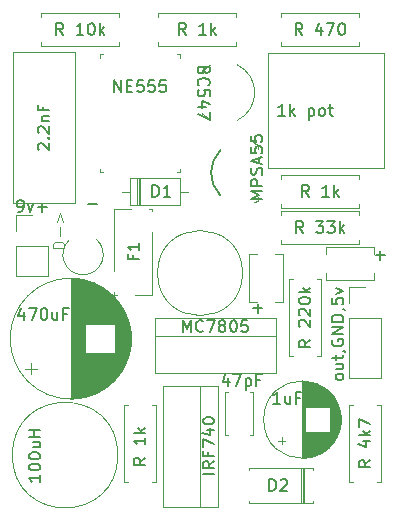
<source format=gbr>
G04 #@! TF.GenerationSoftware,KiCad,Pcbnew,(5.1.0)-1*
G04 #@! TF.CreationDate,2021-10-08T02:38:57-05:00*
G04 #@! TF.ProjectId,nixie_legacy-power,6e697869-655f-46c6-9567-6163792d706f,rev?*
G04 #@! TF.SameCoordinates,Original*
G04 #@! TF.FileFunction,Legend,Top*
G04 #@! TF.FilePolarity,Positive*
%FSLAX46Y46*%
G04 Gerber Fmt 4.6, Leading zero omitted, Abs format (unit mm)*
G04 Created by KiCad (PCBNEW (5.1.0)-1) date 2021-10-08 02:38:57*
%MOMM*%
%LPD*%
G04 APERTURE LIST*
%ADD10C,0.127000*%
%ADD11C,0.120000*%
%ADD12C,0.150000*%
%ADD13C,0.100000*%
G04 APERTURE END LIST*
D10*
X119253047Y-98877428D02*
X120014952Y-98877428D01*
X119634000Y-99258380D02*
X119634000Y-98496476D01*
D11*
X107994000Y-100374000D02*
G75*
G03X107994000Y-100374000I-3600000J0D01*
G01*
X100544000Y-105682000D02*
X110784000Y-105682000D01*
X110784000Y-104172000D02*
X110784000Y-108813000D01*
X100544000Y-104172000D02*
X100544000Y-108813000D01*
X100544000Y-108813000D02*
X110784000Y-108813000D01*
X100544000Y-104172000D02*
X110784000Y-104172000D01*
X88840000Y-95444000D02*
X90170000Y-95444000D01*
X88840000Y-96774000D02*
X88840000Y-95444000D01*
X88840000Y-98044000D02*
X91500000Y-98044000D01*
X91500000Y-98044000D02*
X91500000Y-100644000D01*
X88840000Y-98044000D02*
X88840000Y-100644000D01*
X88840000Y-100644000D02*
X91500000Y-100644000D01*
D12*
X106146000Y-89938000D02*
G75*
G03X106096000Y-93788000I1900000J-1950000D01*
G01*
D13*
X109296000Y-89538000D02*
X108996000Y-89388000D01*
X109296000Y-89538000D02*
X109296000Y-89838000D01*
X109296000Y-93938000D02*
X109296000Y-94238000D01*
X109296000Y-94238000D02*
X108996000Y-94388000D01*
D11*
X97434000Y-115784000D02*
G75*
G03X97434000Y-115784000I-4470000J0D01*
G01*
X98464000Y-92352000D02*
X98464000Y-94592000D01*
X98464000Y-94592000D02*
X102704000Y-94592000D01*
X102704000Y-94592000D02*
X102704000Y-92352000D01*
X102704000Y-92352000D02*
X98464000Y-92352000D01*
X97814000Y-93472000D02*
X98464000Y-93472000D01*
X103354000Y-93472000D02*
X102704000Y-93472000D01*
X99184000Y-92352000D02*
X99184000Y-94592000D01*
X99304000Y-92352000D02*
X99304000Y-94592000D01*
X99064000Y-92352000D02*
X99064000Y-94592000D01*
X93320634Y-97554449D02*
G75*
G03X95588000Y-97494847I1167366J-1251551D01*
G01*
X105886000Y-109942000D02*
X105886000Y-120182000D01*
X101245000Y-109942000D02*
X101245000Y-120182000D01*
X105886000Y-109942000D02*
X101245000Y-109942000D01*
X105886000Y-120182000D02*
X101245000Y-120182000D01*
X104376000Y-109942000D02*
X104376000Y-120182000D01*
X98552000Y-105918000D02*
G75*
G03X98552000Y-105918000I-5120000J0D01*
G01*
X93432000Y-100838000D02*
X93432000Y-110998000D01*
X93472000Y-100838000D02*
X93472000Y-110998000D01*
X93512000Y-100838000D02*
X93512000Y-110998000D01*
X93552000Y-100839000D02*
X93552000Y-110997000D01*
X93592000Y-100840000D02*
X93592000Y-110996000D01*
X93632000Y-100841000D02*
X93632000Y-110995000D01*
X93672000Y-100843000D02*
X93672000Y-110993000D01*
X93712000Y-100845000D02*
X93712000Y-110991000D01*
X93752000Y-100848000D02*
X93752000Y-110988000D01*
X93792000Y-100850000D02*
X93792000Y-110986000D01*
X93832000Y-100853000D02*
X93832000Y-110983000D01*
X93872000Y-100856000D02*
X93872000Y-110980000D01*
X93912000Y-100860000D02*
X93912000Y-110976000D01*
X93952000Y-100864000D02*
X93952000Y-110972000D01*
X93992000Y-100868000D02*
X93992000Y-110968000D01*
X94032000Y-100873000D02*
X94032000Y-110963000D01*
X94072000Y-100878000D02*
X94072000Y-110958000D01*
X94112000Y-100883000D02*
X94112000Y-110953000D01*
X94153000Y-100888000D02*
X94153000Y-110948000D01*
X94193000Y-100894000D02*
X94193000Y-110942000D01*
X94233000Y-100900000D02*
X94233000Y-110936000D01*
X94273000Y-100907000D02*
X94273000Y-110929000D01*
X94313000Y-100914000D02*
X94313000Y-110922000D01*
X94353000Y-100921000D02*
X94353000Y-110915000D01*
X94393000Y-100928000D02*
X94393000Y-110908000D01*
X94433000Y-100936000D02*
X94433000Y-110900000D01*
X94473000Y-100944000D02*
X94473000Y-110892000D01*
X94513000Y-100953000D02*
X94513000Y-110883000D01*
X94553000Y-100962000D02*
X94553000Y-110874000D01*
X94593000Y-100971000D02*
X94593000Y-110865000D01*
X94633000Y-100980000D02*
X94633000Y-110856000D01*
X94673000Y-100990000D02*
X94673000Y-110846000D01*
X94713000Y-101000000D02*
X94713000Y-104677000D01*
X94713000Y-107159000D02*
X94713000Y-110836000D01*
X94753000Y-101011000D02*
X94753000Y-104677000D01*
X94753000Y-107159000D02*
X94753000Y-110825000D01*
X94793000Y-101021000D02*
X94793000Y-104677000D01*
X94793000Y-107159000D02*
X94793000Y-110815000D01*
X94833000Y-101033000D02*
X94833000Y-104677000D01*
X94833000Y-107159000D02*
X94833000Y-110803000D01*
X94873000Y-101044000D02*
X94873000Y-104677000D01*
X94873000Y-107159000D02*
X94873000Y-110792000D01*
X94913000Y-101056000D02*
X94913000Y-104677000D01*
X94913000Y-107159000D02*
X94913000Y-110780000D01*
X94953000Y-101068000D02*
X94953000Y-104677000D01*
X94953000Y-107159000D02*
X94953000Y-110768000D01*
X94993000Y-101081000D02*
X94993000Y-104677000D01*
X94993000Y-107159000D02*
X94993000Y-110755000D01*
X95033000Y-101094000D02*
X95033000Y-104677000D01*
X95033000Y-107159000D02*
X95033000Y-110742000D01*
X95073000Y-101107000D02*
X95073000Y-104677000D01*
X95073000Y-107159000D02*
X95073000Y-110729000D01*
X95113000Y-101121000D02*
X95113000Y-104677000D01*
X95113000Y-107159000D02*
X95113000Y-110715000D01*
X95153000Y-101135000D02*
X95153000Y-104677000D01*
X95153000Y-107159000D02*
X95153000Y-110701000D01*
X95193000Y-101150000D02*
X95193000Y-104677000D01*
X95193000Y-107159000D02*
X95193000Y-110686000D01*
X95233000Y-101164000D02*
X95233000Y-104677000D01*
X95233000Y-107159000D02*
X95233000Y-110672000D01*
X95273000Y-101180000D02*
X95273000Y-104677000D01*
X95273000Y-107159000D02*
X95273000Y-110656000D01*
X95313000Y-101195000D02*
X95313000Y-104677000D01*
X95313000Y-107159000D02*
X95313000Y-110641000D01*
X95353000Y-101211000D02*
X95353000Y-104677000D01*
X95353000Y-107159000D02*
X95353000Y-110625000D01*
X95393000Y-101228000D02*
X95393000Y-104677000D01*
X95393000Y-107159000D02*
X95393000Y-110608000D01*
X95433000Y-101244000D02*
X95433000Y-104677000D01*
X95433000Y-107159000D02*
X95433000Y-110592000D01*
X95473000Y-101261000D02*
X95473000Y-104677000D01*
X95473000Y-107159000D02*
X95473000Y-110575000D01*
X95513000Y-101279000D02*
X95513000Y-104677000D01*
X95513000Y-107159000D02*
X95513000Y-110557000D01*
X95553000Y-101297000D02*
X95553000Y-104677000D01*
X95553000Y-107159000D02*
X95553000Y-110539000D01*
X95593000Y-101315000D02*
X95593000Y-104677000D01*
X95593000Y-107159000D02*
X95593000Y-110521000D01*
X95633000Y-101334000D02*
X95633000Y-104677000D01*
X95633000Y-107159000D02*
X95633000Y-110502000D01*
X95673000Y-101354000D02*
X95673000Y-104677000D01*
X95673000Y-107159000D02*
X95673000Y-110482000D01*
X95713000Y-101373000D02*
X95713000Y-104677000D01*
X95713000Y-107159000D02*
X95713000Y-110463000D01*
X95753000Y-101393000D02*
X95753000Y-104677000D01*
X95753000Y-107159000D02*
X95753000Y-110443000D01*
X95793000Y-101414000D02*
X95793000Y-104677000D01*
X95793000Y-107159000D02*
X95793000Y-110422000D01*
X95833000Y-101435000D02*
X95833000Y-104677000D01*
X95833000Y-107159000D02*
X95833000Y-110401000D01*
X95873000Y-101456000D02*
X95873000Y-104677000D01*
X95873000Y-107159000D02*
X95873000Y-110380000D01*
X95913000Y-101478000D02*
X95913000Y-104677000D01*
X95913000Y-107159000D02*
X95913000Y-110358000D01*
X95953000Y-101501000D02*
X95953000Y-104677000D01*
X95953000Y-107159000D02*
X95953000Y-110335000D01*
X95993000Y-101523000D02*
X95993000Y-104677000D01*
X95993000Y-107159000D02*
X95993000Y-110313000D01*
X96033000Y-101547000D02*
X96033000Y-104677000D01*
X96033000Y-107159000D02*
X96033000Y-110289000D01*
X96073000Y-101571000D02*
X96073000Y-104677000D01*
X96073000Y-107159000D02*
X96073000Y-110265000D01*
X96113000Y-101595000D02*
X96113000Y-104677000D01*
X96113000Y-107159000D02*
X96113000Y-110241000D01*
X96153000Y-101620000D02*
X96153000Y-104677000D01*
X96153000Y-107159000D02*
X96153000Y-110216000D01*
X96193000Y-101645000D02*
X96193000Y-104677000D01*
X96193000Y-107159000D02*
X96193000Y-110191000D01*
X96233000Y-101671000D02*
X96233000Y-104677000D01*
X96233000Y-107159000D02*
X96233000Y-110165000D01*
X96273000Y-101697000D02*
X96273000Y-104677000D01*
X96273000Y-107159000D02*
X96273000Y-110139000D01*
X96313000Y-101724000D02*
X96313000Y-104677000D01*
X96313000Y-107159000D02*
X96313000Y-110112000D01*
X96353000Y-101752000D02*
X96353000Y-104677000D01*
X96353000Y-107159000D02*
X96353000Y-110084000D01*
X96393000Y-101780000D02*
X96393000Y-104677000D01*
X96393000Y-107159000D02*
X96393000Y-110056000D01*
X96433000Y-101808000D02*
X96433000Y-104677000D01*
X96433000Y-107159000D02*
X96433000Y-110028000D01*
X96473000Y-101838000D02*
X96473000Y-104677000D01*
X96473000Y-107159000D02*
X96473000Y-109998000D01*
X96513000Y-101868000D02*
X96513000Y-104677000D01*
X96513000Y-107159000D02*
X96513000Y-109968000D01*
X96553000Y-101898000D02*
X96553000Y-104677000D01*
X96553000Y-107159000D02*
X96553000Y-109938000D01*
X96593000Y-101929000D02*
X96593000Y-104677000D01*
X96593000Y-107159000D02*
X96593000Y-109907000D01*
X96633000Y-101961000D02*
X96633000Y-104677000D01*
X96633000Y-107159000D02*
X96633000Y-109875000D01*
X96673000Y-101993000D02*
X96673000Y-104677000D01*
X96673000Y-107159000D02*
X96673000Y-109843000D01*
X96713000Y-102026000D02*
X96713000Y-104677000D01*
X96713000Y-107159000D02*
X96713000Y-109810000D01*
X96753000Y-102060000D02*
X96753000Y-104677000D01*
X96753000Y-107159000D02*
X96753000Y-109776000D01*
X96793000Y-102094000D02*
X96793000Y-104677000D01*
X96793000Y-107159000D02*
X96793000Y-109742000D01*
X96833000Y-102129000D02*
X96833000Y-104677000D01*
X96833000Y-107159000D02*
X96833000Y-109707000D01*
X96873000Y-102165000D02*
X96873000Y-104677000D01*
X96873000Y-107159000D02*
X96873000Y-109671000D01*
X96913000Y-102202000D02*
X96913000Y-104677000D01*
X96913000Y-107159000D02*
X96913000Y-109634000D01*
X96953000Y-102239000D02*
X96953000Y-104677000D01*
X96953000Y-107159000D02*
X96953000Y-109597000D01*
X96993000Y-102278000D02*
X96993000Y-104677000D01*
X96993000Y-107159000D02*
X96993000Y-109558000D01*
X97033000Y-102317000D02*
X97033000Y-104677000D01*
X97033000Y-107159000D02*
X97033000Y-109519000D01*
X97073000Y-102357000D02*
X97073000Y-104677000D01*
X97073000Y-107159000D02*
X97073000Y-109479000D01*
X97113000Y-102398000D02*
X97113000Y-104677000D01*
X97113000Y-107159000D02*
X97113000Y-109438000D01*
X97153000Y-102440000D02*
X97153000Y-104677000D01*
X97153000Y-107159000D02*
X97153000Y-109396000D01*
X97193000Y-102482000D02*
X97193000Y-109354000D01*
X97233000Y-102526000D02*
X97233000Y-109310000D01*
X97273000Y-102571000D02*
X97273000Y-109265000D01*
X97313000Y-102617000D02*
X97313000Y-109219000D01*
X97353000Y-102664000D02*
X97353000Y-109172000D01*
X97393000Y-102712000D02*
X97393000Y-109124000D01*
X97433000Y-102762000D02*
X97433000Y-109074000D01*
X97473000Y-102812000D02*
X97473000Y-109024000D01*
X97513000Y-102864000D02*
X97513000Y-108972000D01*
X97553000Y-102918000D02*
X97553000Y-108918000D01*
X97593000Y-102973000D02*
X97593000Y-108863000D01*
X97633000Y-103029000D02*
X97633000Y-108807000D01*
X97673000Y-103088000D02*
X97673000Y-108748000D01*
X97713000Y-103148000D02*
X97713000Y-108688000D01*
X97753000Y-103209000D02*
X97753000Y-108627000D01*
X97793000Y-103273000D02*
X97793000Y-108563000D01*
X97833000Y-103339000D02*
X97833000Y-108497000D01*
X97873000Y-103408000D02*
X97873000Y-108428000D01*
X97913000Y-103479000D02*
X97913000Y-108357000D01*
X97953000Y-103553000D02*
X97953000Y-108283000D01*
X97993000Y-103629000D02*
X97993000Y-108207000D01*
X98033000Y-103709000D02*
X98033000Y-108127000D01*
X98073000Y-103793000D02*
X98073000Y-108043000D01*
X98113000Y-103881000D02*
X98113000Y-107955000D01*
X98153000Y-103974000D02*
X98153000Y-107862000D01*
X98193000Y-104072000D02*
X98193000Y-107764000D01*
X98233000Y-104176000D02*
X98233000Y-107660000D01*
X98273000Y-104288000D02*
X98273000Y-107548000D01*
X98313000Y-104408000D02*
X98313000Y-107428000D01*
X98353000Y-104540000D02*
X98353000Y-107296000D01*
X98393000Y-104688000D02*
X98393000Y-107148000D01*
X98433000Y-104856000D02*
X98433000Y-106980000D01*
X98473000Y-105056000D02*
X98473000Y-106780000D01*
X98513000Y-105319000D02*
X98513000Y-106517000D01*
X89614500Y-108458000D02*
X90614500Y-108458000D01*
X90106500Y-107950000D02*
X90106500Y-108950000D01*
X111292000Y-114241500D02*
X111292000Y-114871500D01*
X110974500Y-114554000D02*
X111604500Y-114554000D01*
X116291000Y-112374000D02*
X116291000Y-113178000D01*
X116251000Y-112143000D02*
X116251000Y-113409000D01*
X116211000Y-111974000D02*
X116211000Y-113578000D01*
X116171000Y-111836000D02*
X116171000Y-113716000D01*
X116131000Y-111717000D02*
X116131000Y-113835000D01*
X116091000Y-111611000D02*
X116091000Y-113941000D01*
X116051000Y-111514000D02*
X116051000Y-114038000D01*
X116011000Y-111426000D02*
X116011000Y-114126000D01*
X115971000Y-111344000D02*
X115971000Y-114208000D01*
X115931000Y-111267000D02*
X115931000Y-114285000D01*
X115891000Y-111195000D02*
X115891000Y-114357000D01*
X115851000Y-111126000D02*
X115851000Y-114426000D01*
X115811000Y-111062000D02*
X115811000Y-114490000D01*
X115771000Y-111000000D02*
X115771000Y-114552000D01*
X115731000Y-110942000D02*
X115731000Y-114610000D01*
X115691000Y-110886000D02*
X115691000Y-114666000D01*
X115651000Y-110832000D02*
X115651000Y-114720000D01*
X115611000Y-110781000D02*
X115611000Y-114771000D01*
X115571000Y-110732000D02*
X115571000Y-114820000D01*
X115531000Y-110684000D02*
X115531000Y-114868000D01*
X115491000Y-110639000D02*
X115491000Y-114913000D01*
X115451000Y-110594000D02*
X115451000Y-114958000D01*
X115411000Y-110552000D02*
X115411000Y-115000000D01*
X115371000Y-110511000D02*
X115371000Y-115041000D01*
X115331000Y-113816000D02*
X115331000Y-115081000D01*
X115331000Y-110471000D02*
X115331000Y-111736000D01*
X115291000Y-113816000D02*
X115291000Y-115119000D01*
X115291000Y-110433000D02*
X115291000Y-111736000D01*
X115251000Y-113816000D02*
X115251000Y-115156000D01*
X115251000Y-110396000D02*
X115251000Y-111736000D01*
X115211000Y-113816000D02*
X115211000Y-115192000D01*
X115211000Y-110360000D02*
X115211000Y-111736000D01*
X115171000Y-113816000D02*
X115171000Y-115226000D01*
X115171000Y-110326000D02*
X115171000Y-111736000D01*
X115131000Y-113816000D02*
X115131000Y-115260000D01*
X115131000Y-110292000D02*
X115131000Y-111736000D01*
X115091000Y-113816000D02*
X115091000Y-115292000D01*
X115091000Y-110260000D02*
X115091000Y-111736000D01*
X115051000Y-113816000D02*
X115051000Y-115324000D01*
X115051000Y-110228000D02*
X115051000Y-111736000D01*
X115011000Y-113816000D02*
X115011000Y-115354000D01*
X115011000Y-110198000D02*
X115011000Y-111736000D01*
X114971000Y-113816000D02*
X114971000Y-115383000D01*
X114971000Y-110169000D02*
X114971000Y-111736000D01*
X114931000Y-113816000D02*
X114931000Y-115412000D01*
X114931000Y-110140000D02*
X114931000Y-111736000D01*
X114891000Y-113816000D02*
X114891000Y-115440000D01*
X114891000Y-110112000D02*
X114891000Y-111736000D01*
X114851000Y-113816000D02*
X114851000Y-115466000D01*
X114851000Y-110086000D02*
X114851000Y-111736000D01*
X114811000Y-113816000D02*
X114811000Y-115492000D01*
X114811000Y-110060000D02*
X114811000Y-111736000D01*
X114771000Y-113816000D02*
X114771000Y-115518000D01*
X114771000Y-110034000D02*
X114771000Y-111736000D01*
X114731000Y-113816000D02*
X114731000Y-115542000D01*
X114731000Y-110010000D02*
X114731000Y-111736000D01*
X114691000Y-113816000D02*
X114691000Y-115566000D01*
X114691000Y-109986000D02*
X114691000Y-111736000D01*
X114651000Y-113816000D02*
X114651000Y-115588000D01*
X114651000Y-109964000D02*
X114651000Y-111736000D01*
X114611000Y-113816000D02*
X114611000Y-115610000D01*
X114611000Y-109942000D02*
X114611000Y-111736000D01*
X114571000Y-113816000D02*
X114571000Y-115632000D01*
X114571000Y-109920000D02*
X114571000Y-111736000D01*
X114531000Y-113816000D02*
X114531000Y-115652000D01*
X114531000Y-109900000D02*
X114531000Y-111736000D01*
X114491000Y-113816000D02*
X114491000Y-115672000D01*
X114491000Y-109880000D02*
X114491000Y-111736000D01*
X114451000Y-113816000D02*
X114451000Y-115692000D01*
X114451000Y-109860000D02*
X114451000Y-111736000D01*
X114411000Y-113816000D02*
X114411000Y-115710000D01*
X114411000Y-109842000D02*
X114411000Y-111736000D01*
X114371000Y-113816000D02*
X114371000Y-115728000D01*
X114371000Y-109824000D02*
X114371000Y-111736000D01*
X114331000Y-113816000D02*
X114331000Y-115746000D01*
X114331000Y-109806000D02*
X114331000Y-111736000D01*
X114291000Y-113816000D02*
X114291000Y-115762000D01*
X114291000Y-109790000D02*
X114291000Y-111736000D01*
X114251000Y-113816000D02*
X114251000Y-115778000D01*
X114251000Y-109774000D02*
X114251000Y-111736000D01*
X114211000Y-113816000D02*
X114211000Y-115794000D01*
X114211000Y-109758000D02*
X114211000Y-111736000D01*
X114171000Y-113816000D02*
X114171000Y-115809000D01*
X114171000Y-109743000D02*
X114171000Y-111736000D01*
X114131000Y-113816000D02*
X114131000Y-115823000D01*
X114131000Y-109729000D02*
X114131000Y-111736000D01*
X114091000Y-113816000D02*
X114091000Y-115837000D01*
X114091000Y-109715000D02*
X114091000Y-111736000D01*
X114051000Y-113816000D02*
X114051000Y-115850000D01*
X114051000Y-109702000D02*
X114051000Y-111736000D01*
X114011000Y-113816000D02*
X114011000Y-115862000D01*
X114011000Y-109690000D02*
X114011000Y-111736000D01*
X113971000Y-113816000D02*
X113971000Y-115874000D01*
X113971000Y-109678000D02*
X113971000Y-111736000D01*
X113931000Y-113816000D02*
X113931000Y-115886000D01*
X113931000Y-109666000D02*
X113931000Y-111736000D01*
X113891000Y-113816000D02*
X113891000Y-115897000D01*
X113891000Y-109655000D02*
X113891000Y-111736000D01*
X113851000Y-113816000D02*
X113851000Y-115907000D01*
X113851000Y-109645000D02*
X113851000Y-111736000D01*
X113811000Y-113816000D02*
X113811000Y-115917000D01*
X113811000Y-109635000D02*
X113811000Y-111736000D01*
X113771000Y-113816000D02*
X113771000Y-115926000D01*
X113771000Y-109626000D02*
X113771000Y-111736000D01*
X113730000Y-113816000D02*
X113730000Y-115935000D01*
X113730000Y-109617000D02*
X113730000Y-111736000D01*
X113690000Y-113816000D02*
X113690000Y-115943000D01*
X113690000Y-109609000D02*
X113690000Y-111736000D01*
X113650000Y-113816000D02*
X113650000Y-115951000D01*
X113650000Y-109601000D02*
X113650000Y-111736000D01*
X113610000Y-113816000D02*
X113610000Y-115958000D01*
X113610000Y-109594000D02*
X113610000Y-111736000D01*
X113570000Y-113816000D02*
X113570000Y-115965000D01*
X113570000Y-109587000D02*
X113570000Y-111736000D01*
X113530000Y-113816000D02*
X113530000Y-115971000D01*
X113530000Y-109581000D02*
X113530000Y-111736000D01*
X113490000Y-113816000D02*
X113490000Y-115977000D01*
X113490000Y-109575000D02*
X113490000Y-111736000D01*
X113450000Y-113816000D02*
X113450000Y-115982000D01*
X113450000Y-109570000D02*
X113450000Y-111736000D01*
X113410000Y-113816000D02*
X113410000Y-115987000D01*
X113410000Y-109565000D02*
X113410000Y-111736000D01*
X113370000Y-113816000D02*
X113370000Y-115991000D01*
X113370000Y-109561000D02*
X113370000Y-111736000D01*
X113330000Y-113816000D02*
X113330000Y-115994000D01*
X113330000Y-109558000D02*
X113330000Y-111736000D01*
X113290000Y-113816000D02*
X113290000Y-115998000D01*
X113290000Y-109554000D02*
X113290000Y-111736000D01*
X113250000Y-109552000D02*
X113250000Y-116000000D01*
X113210000Y-109549000D02*
X113210000Y-116003000D01*
X113170000Y-109548000D02*
X113170000Y-116004000D01*
X113130000Y-109546000D02*
X113130000Y-116006000D01*
X113090000Y-109546000D02*
X113090000Y-116006000D01*
X113050000Y-109546000D02*
X113050000Y-116006000D01*
X116320000Y-112776000D02*
G75*
G03X116320000Y-112776000I-3270000J0D01*
G01*
X100684000Y-111538000D02*
X100354000Y-111538000D01*
X100684000Y-118078000D02*
X100684000Y-111538000D01*
X100354000Y-118078000D02*
X100684000Y-118078000D01*
X97944000Y-111538000D02*
X98274000Y-111538000D01*
X97944000Y-118078000D02*
X97944000Y-111538000D01*
X98274000Y-118078000D02*
X97944000Y-118078000D01*
X113192000Y-119834000D02*
X113192000Y-116894000D01*
X112952000Y-119834000D02*
X112952000Y-116894000D01*
X113072000Y-119834000D02*
X113072000Y-116894000D01*
X108532000Y-116894000D02*
X108532000Y-117024000D01*
X113972000Y-116894000D02*
X108532000Y-116894000D01*
X113972000Y-117024000D02*
X113972000Y-116894000D01*
X108532000Y-119834000D02*
X108532000Y-119704000D01*
X113972000Y-119834000D02*
X108532000Y-119834000D01*
X113972000Y-119704000D02*
X113972000Y-119834000D01*
X116994000Y-118078000D02*
X117324000Y-118078000D01*
X116994000Y-111538000D02*
X116994000Y-118078000D01*
X117324000Y-111538000D02*
X116994000Y-111538000D01*
X119734000Y-118078000D02*
X119404000Y-118078000D01*
X119734000Y-111538000D02*
X119734000Y-118078000D01*
X119404000Y-111538000D02*
X119734000Y-111538000D01*
X111914000Y-107410000D02*
X112244000Y-107410000D01*
X111914000Y-100870000D02*
X111914000Y-107410000D01*
X112244000Y-100870000D02*
X111914000Y-100870000D01*
X114654000Y-107410000D02*
X114324000Y-107410000D01*
X114654000Y-100870000D02*
X114654000Y-107410000D01*
X114324000Y-100870000D02*
X114654000Y-100870000D01*
X117034000Y-101540000D02*
X118364000Y-101540000D01*
X117034000Y-102870000D02*
X117034000Y-101540000D01*
X117034000Y-104140000D02*
X119694000Y-104140000D01*
X119694000Y-104140000D02*
X119694000Y-109280000D01*
X117034000Y-104140000D02*
X117034000Y-109280000D01*
X117034000Y-109280000D02*
X119694000Y-109280000D01*
X106771000Y-114108000D02*
X106526000Y-114108000D01*
X108866000Y-114108000D02*
X108621000Y-114108000D01*
X106771000Y-110468000D02*
X106526000Y-110468000D01*
X108866000Y-110468000D02*
X108621000Y-110468000D01*
X106526000Y-110468000D02*
X106526000Y-114108000D01*
X108866000Y-110468000D02*
X108866000Y-114108000D01*
X115094000Y-98773000D02*
X115094000Y-98148000D01*
X115094000Y-100988000D02*
X115094000Y-100363000D01*
X119134000Y-98773000D02*
X119134000Y-98148000D01*
X119134000Y-100988000D02*
X119134000Y-100363000D01*
X119134000Y-98148000D02*
X115094000Y-98148000D01*
X119134000Y-100988000D02*
X115094000Y-100988000D01*
X110777000Y-98798000D02*
X111402000Y-98798000D01*
X108562000Y-98798000D02*
X109187000Y-98798000D01*
X110777000Y-102838000D02*
X111402000Y-102838000D01*
X108562000Y-102838000D02*
X109187000Y-102838000D01*
X111402000Y-102838000D02*
X111402000Y-98798000D01*
X108562000Y-102838000D02*
X108562000Y-98798000D01*
X105303205Y-82765816D02*
G75*
G03X104576000Y-83290000I1122795J-2324184D01*
G01*
X107524807Y-82733600D02*
G75*
G02X109026000Y-85090000I-1098807J-2356400D01*
G01*
X107524807Y-87446400D02*
G75*
G03X109026000Y-85090000I-1098807J2356400D01*
G01*
X105303205Y-87414184D02*
G75*
G02X104576000Y-86890000I1122795J2324184D01*
G01*
D13*
X95904000Y-91858000D02*
X96204000Y-91858000D01*
X95904000Y-91558000D02*
X95904000Y-91858000D01*
X102704000Y-91858000D02*
X102404000Y-91858000D01*
X102704000Y-91558000D02*
X102704000Y-91858000D01*
X102704000Y-81858000D02*
X102404000Y-81858000D01*
X102704000Y-82158000D02*
X102704000Y-81858000D01*
X95904000Y-81858000D02*
X96204000Y-81858000D01*
X95904000Y-82158000D02*
X95904000Y-81858000D01*
D11*
X119932000Y-81729000D02*
X119932000Y-91499000D01*
X110162000Y-81729000D02*
X110162000Y-91499000D01*
X110162000Y-91499000D02*
X119932000Y-91499000D01*
X110162000Y-81729000D02*
X119932000Y-81729000D01*
X111284000Y-78386000D02*
X111284000Y-78716000D01*
X117824000Y-78386000D02*
X111284000Y-78386000D01*
X117824000Y-78716000D02*
X117824000Y-78386000D01*
X111284000Y-81126000D02*
X111284000Y-80796000D01*
X117824000Y-81126000D02*
X111284000Y-81126000D01*
X117824000Y-80796000D02*
X117824000Y-81126000D01*
X117824000Y-94842000D02*
X117824000Y-94512000D01*
X111284000Y-94842000D02*
X117824000Y-94842000D01*
X111284000Y-94512000D02*
X111284000Y-94842000D01*
X117824000Y-92102000D02*
X117824000Y-92432000D01*
X111284000Y-92102000D02*
X117824000Y-92102000D01*
X111284000Y-92432000D02*
X111284000Y-92102000D01*
X107410000Y-81126000D02*
X107410000Y-80796000D01*
X100870000Y-81126000D02*
X107410000Y-81126000D01*
X100870000Y-80796000D02*
X100870000Y-81126000D01*
X107410000Y-78386000D02*
X107410000Y-78716000D01*
X100870000Y-78386000D02*
X107410000Y-78386000D01*
X100870000Y-78716000D02*
X100870000Y-78386000D01*
X97504000Y-81126000D02*
X97504000Y-80796000D01*
X90964000Y-81126000D02*
X97504000Y-81126000D01*
X90964000Y-80796000D02*
X90964000Y-81126000D01*
X97504000Y-78386000D02*
X97504000Y-78716000D01*
X90964000Y-78386000D02*
X97504000Y-78386000D01*
X90964000Y-78716000D02*
X90964000Y-78386000D01*
X117824000Y-97560000D02*
X117824000Y-97890000D01*
X117824000Y-97890000D02*
X111284000Y-97890000D01*
X111284000Y-97890000D02*
X111284000Y-97560000D01*
X117824000Y-95480000D02*
X117824000Y-95150000D01*
X117824000Y-95150000D02*
X111284000Y-95150000D01*
X111284000Y-95150000D02*
X111284000Y-95480000D01*
X100314000Y-94912000D02*
X100314000Y-95133000D01*
X100314000Y-96891000D02*
X100314000Y-102212000D01*
X97114000Y-94912000D02*
X97114000Y-100234000D01*
X97114000Y-101991000D02*
X97114000Y-102212000D01*
X100314000Y-94912000D02*
X100064000Y-94912000D01*
X98564000Y-94912000D02*
X97114000Y-94912000D01*
X100314000Y-102212000D02*
X98863000Y-102212000D01*
X97364000Y-102212000D02*
X97114000Y-102212000D01*
X93806000Y-94428000D02*
X88566000Y-94428000D01*
X93806000Y-81688000D02*
X88566000Y-81688000D01*
X88566000Y-81688000D02*
X88566000Y-94428000D01*
X93806000Y-81688000D02*
X93806000Y-94428000D01*
D12*
X102925904Y-105354380D02*
X102925904Y-104354380D01*
X103259238Y-105068666D01*
X103592571Y-104354380D01*
X103592571Y-105354380D01*
X104640190Y-105259142D02*
X104592571Y-105306761D01*
X104449714Y-105354380D01*
X104354476Y-105354380D01*
X104211619Y-105306761D01*
X104116380Y-105211523D01*
X104068761Y-105116285D01*
X104021142Y-104925809D01*
X104021142Y-104782952D01*
X104068761Y-104592476D01*
X104116380Y-104497238D01*
X104211619Y-104402000D01*
X104354476Y-104354380D01*
X104449714Y-104354380D01*
X104592571Y-104402000D01*
X104640190Y-104449619D01*
X104973523Y-104354380D02*
X105640190Y-104354380D01*
X105211619Y-105354380D01*
X106164000Y-104782952D02*
X106068761Y-104735333D01*
X106021142Y-104687714D01*
X105973523Y-104592476D01*
X105973523Y-104544857D01*
X106021142Y-104449619D01*
X106068761Y-104402000D01*
X106164000Y-104354380D01*
X106354476Y-104354380D01*
X106449714Y-104402000D01*
X106497333Y-104449619D01*
X106544952Y-104544857D01*
X106544952Y-104592476D01*
X106497333Y-104687714D01*
X106449714Y-104735333D01*
X106354476Y-104782952D01*
X106164000Y-104782952D01*
X106068761Y-104830571D01*
X106021142Y-104878190D01*
X105973523Y-104973428D01*
X105973523Y-105163904D01*
X106021142Y-105259142D01*
X106068761Y-105306761D01*
X106164000Y-105354380D01*
X106354476Y-105354380D01*
X106449714Y-105306761D01*
X106497333Y-105259142D01*
X106544952Y-105163904D01*
X106544952Y-104973428D01*
X106497333Y-104878190D01*
X106449714Y-104830571D01*
X106354476Y-104782952D01*
X107164000Y-104354380D02*
X107259238Y-104354380D01*
X107354476Y-104402000D01*
X107402095Y-104449619D01*
X107449714Y-104544857D01*
X107497333Y-104735333D01*
X107497333Y-104973428D01*
X107449714Y-105163904D01*
X107402095Y-105259142D01*
X107354476Y-105306761D01*
X107259238Y-105354380D01*
X107164000Y-105354380D01*
X107068761Y-105306761D01*
X107021142Y-105259142D01*
X106973523Y-105163904D01*
X106925904Y-104973428D01*
X106925904Y-104735333D01*
X106973523Y-104544857D01*
X107021142Y-104449619D01*
X107068761Y-104402000D01*
X107164000Y-104354380D01*
X108402095Y-104354380D02*
X107925904Y-104354380D01*
X107878285Y-104830571D01*
X107925904Y-104782952D01*
X108021142Y-104735333D01*
X108259238Y-104735333D01*
X108354476Y-104782952D01*
X108402095Y-104830571D01*
X108449714Y-104925809D01*
X108449714Y-105163904D01*
X108402095Y-105259142D01*
X108354476Y-105306761D01*
X108259238Y-105354380D01*
X108021142Y-105354380D01*
X107925904Y-105306761D01*
X107878285Y-105259142D01*
X88979523Y-95194380D02*
X89170000Y-95194380D01*
X89265238Y-95146761D01*
X89312857Y-95099142D01*
X89408095Y-94956285D01*
X89455714Y-94765809D01*
X89455714Y-94384857D01*
X89408095Y-94289619D01*
X89360476Y-94242000D01*
X89265238Y-94194380D01*
X89074761Y-94194380D01*
X88979523Y-94242000D01*
X88931904Y-94289619D01*
X88884285Y-94384857D01*
X88884285Y-94622952D01*
X88931904Y-94718190D01*
X88979523Y-94765809D01*
X89074761Y-94813428D01*
X89265238Y-94813428D01*
X89360476Y-94765809D01*
X89408095Y-94718190D01*
X89455714Y-94622952D01*
X89789047Y-94527714D02*
X90027142Y-95194380D01*
X90265238Y-94527714D01*
X90646190Y-94813428D02*
X91408095Y-94813428D01*
X91027142Y-95194380D02*
X91027142Y-94432476D01*
X109672380Y-94130476D02*
X108672380Y-94130476D01*
X109386666Y-93797142D01*
X108672380Y-93463809D01*
X109672380Y-93463809D01*
X109672380Y-92987619D02*
X108672380Y-92987619D01*
X108672380Y-92606666D01*
X108720000Y-92511428D01*
X108767619Y-92463809D01*
X108862857Y-92416190D01*
X109005714Y-92416190D01*
X109100952Y-92463809D01*
X109148571Y-92511428D01*
X109196190Y-92606666D01*
X109196190Y-92987619D01*
X109624761Y-92035238D02*
X109672380Y-91892380D01*
X109672380Y-91654285D01*
X109624761Y-91559047D01*
X109577142Y-91511428D01*
X109481904Y-91463809D01*
X109386666Y-91463809D01*
X109291428Y-91511428D01*
X109243809Y-91559047D01*
X109196190Y-91654285D01*
X109148571Y-91844761D01*
X109100952Y-91940000D01*
X109053333Y-91987619D01*
X108958095Y-92035238D01*
X108862857Y-92035238D01*
X108767619Y-91987619D01*
X108720000Y-91940000D01*
X108672380Y-91844761D01*
X108672380Y-91606666D01*
X108720000Y-91463809D01*
X109386666Y-91082857D02*
X109386666Y-90606666D01*
X109672380Y-91178095D02*
X108672380Y-90844761D01*
X109672380Y-90511428D01*
X108672380Y-89701904D02*
X108672380Y-90178095D01*
X109148571Y-90225714D01*
X109100952Y-90178095D01*
X109053333Y-90082857D01*
X109053333Y-89844761D01*
X109100952Y-89749523D01*
X109148571Y-89701904D01*
X109243809Y-89654285D01*
X109481904Y-89654285D01*
X109577142Y-89701904D01*
X109624761Y-89749523D01*
X109672380Y-89844761D01*
X109672380Y-90082857D01*
X109624761Y-90178095D01*
X109577142Y-90225714D01*
X108672380Y-88749523D02*
X108672380Y-89225714D01*
X109148571Y-89273333D01*
X109100952Y-89225714D01*
X109053333Y-89130476D01*
X109053333Y-88892380D01*
X109100952Y-88797142D01*
X109148571Y-88749523D01*
X109243809Y-88701904D01*
X109481904Y-88701904D01*
X109577142Y-88749523D01*
X109624761Y-88797142D01*
X109672380Y-88892380D01*
X109672380Y-89130476D01*
X109624761Y-89225714D01*
X109577142Y-89273333D01*
X90876380Y-117466857D02*
X90876380Y-118038285D01*
X90876380Y-117752571D02*
X89876380Y-117752571D01*
X90019238Y-117847809D01*
X90114476Y-117943047D01*
X90162095Y-118038285D01*
X89876380Y-116847809D02*
X89876380Y-116752571D01*
X89924000Y-116657333D01*
X89971619Y-116609714D01*
X90066857Y-116562095D01*
X90257333Y-116514476D01*
X90495428Y-116514476D01*
X90685904Y-116562095D01*
X90781142Y-116609714D01*
X90828761Y-116657333D01*
X90876380Y-116752571D01*
X90876380Y-116847809D01*
X90828761Y-116943047D01*
X90781142Y-116990666D01*
X90685904Y-117038285D01*
X90495428Y-117085904D01*
X90257333Y-117085904D01*
X90066857Y-117038285D01*
X89971619Y-116990666D01*
X89924000Y-116943047D01*
X89876380Y-116847809D01*
X89876380Y-115895428D02*
X89876380Y-115800190D01*
X89924000Y-115704952D01*
X89971619Y-115657333D01*
X90066857Y-115609714D01*
X90257333Y-115562095D01*
X90495428Y-115562095D01*
X90685904Y-115609714D01*
X90781142Y-115657333D01*
X90828761Y-115704952D01*
X90876380Y-115800190D01*
X90876380Y-115895428D01*
X90828761Y-115990666D01*
X90781142Y-116038285D01*
X90685904Y-116085904D01*
X90495428Y-116133523D01*
X90257333Y-116133523D01*
X90066857Y-116085904D01*
X89971619Y-116038285D01*
X89924000Y-115990666D01*
X89876380Y-115895428D01*
X90209714Y-114704952D02*
X90876380Y-114704952D01*
X90209714Y-115133523D02*
X90733523Y-115133523D01*
X90828761Y-115085904D01*
X90876380Y-114990666D01*
X90876380Y-114847809D01*
X90828761Y-114752571D01*
X90781142Y-114704952D01*
X90876380Y-114228761D02*
X89876380Y-114228761D01*
X90352571Y-114228761D02*
X90352571Y-113657333D01*
X90876380Y-113657333D02*
X89876380Y-113657333D01*
X100353904Y-93924380D02*
X100353904Y-92924380D01*
X100592000Y-92924380D01*
X100734857Y-92972000D01*
X100830095Y-93067238D01*
X100877714Y-93162476D01*
X100925333Y-93352952D01*
X100925333Y-93495809D01*
X100877714Y-93686285D01*
X100830095Y-93781523D01*
X100734857Y-93876761D01*
X100592000Y-93924380D01*
X100353904Y-93924380D01*
X101877714Y-93924380D02*
X101306285Y-93924380D01*
X101592000Y-93924380D02*
X101592000Y-92924380D01*
X101496761Y-93067238D01*
X101401523Y-93162476D01*
X101306285Y-93210095D01*
D13*
X92908380Y-98274000D02*
X91908380Y-98274000D01*
X91908380Y-98035904D01*
X91956000Y-97893047D01*
X92051238Y-97797809D01*
X92146476Y-97750190D01*
X92336952Y-97702571D01*
X92479809Y-97702571D01*
X92670285Y-97750190D01*
X92765523Y-97797809D01*
X92860761Y-97893047D01*
X92908380Y-98035904D01*
X92908380Y-98274000D01*
X92527428Y-97274000D02*
X92527428Y-96512095D01*
X92241714Y-96035904D02*
X92527428Y-95274000D01*
X92813142Y-96035904D01*
D12*
X94869047Y-94559428D02*
X95630952Y-94559428D01*
X105608380Y-117355642D02*
X104608380Y-117355642D01*
X105608380Y-116308023D02*
X105132190Y-116641357D01*
X105608380Y-116879452D02*
X104608380Y-116879452D01*
X104608380Y-116498500D01*
X104656000Y-116403261D01*
X104703619Y-116355642D01*
X104798857Y-116308023D01*
X104941714Y-116308023D01*
X105036952Y-116355642D01*
X105084571Y-116403261D01*
X105132190Y-116498500D01*
X105132190Y-116879452D01*
X105084571Y-115546119D02*
X105084571Y-115879452D01*
X105608380Y-115879452D02*
X104608380Y-115879452D01*
X104608380Y-115403261D01*
X104608380Y-115117547D02*
X104608380Y-114450880D01*
X105608380Y-114879452D01*
X104941714Y-113641357D02*
X105608380Y-113641357D01*
X104560761Y-113879452D02*
X105275047Y-114117547D01*
X105275047Y-113498500D01*
X104608380Y-112927071D02*
X104608380Y-112831833D01*
X104656000Y-112736595D01*
X104703619Y-112688976D01*
X104798857Y-112641357D01*
X104989333Y-112593738D01*
X105227428Y-112593738D01*
X105417904Y-112641357D01*
X105513142Y-112688976D01*
X105560761Y-112736595D01*
X105608380Y-112831833D01*
X105608380Y-112927071D01*
X105560761Y-113022309D01*
X105513142Y-113069928D01*
X105417904Y-113117547D01*
X105227428Y-113165166D01*
X104989333Y-113165166D01*
X104798857Y-113117547D01*
X104703619Y-113069928D01*
X104656000Y-113022309D01*
X104608380Y-112927071D01*
X89463142Y-103671714D02*
X89463142Y-104338380D01*
X89225047Y-103290761D02*
X88986952Y-104005047D01*
X89606000Y-104005047D01*
X89891714Y-103338380D02*
X90558380Y-103338380D01*
X90129809Y-104338380D01*
X91129809Y-103338380D02*
X91225047Y-103338380D01*
X91320285Y-103386000D01*
X91367904Y-103433619D01*
X91415523Y-103528857D01*
X91463142Y-103719333D01*
X91463142Y-103957428D01*
X91415523Y-104147904D01*
X91367904Y-104243142D01*
X91320285Y-104290761D01*
X91225047Y-104338380D01*
X91129809Y-104338380D01*
X91034571Y-104290761D01*
X90986952Y-104243142D01*
X90939333Y-104147904D01*
X90891714Y-103957428D01*
X90891714Y-103719333D01*
X90939333Y-103528857D01*
X90986952Y-103433619D01*
X91034571Y-103386000D01*
X91129809Y-103338380D01*
X92320285Y-103671714D02*
X92320285Y-104338380D01*
X91891714Y-103671714D02*
X91891714Y-104195523D01*
X91939333Y-104290761D01*
X92034571Y-104338380D01*
X92177428Y-104338380D01*
X92272666Y-104290761D01*
X92320285Y-104243142D01*
X93129809Y-103814571D02*
X92796476Y-103814571D01*
X92796476Y-104338380D02*
X92796476Y-103338380D01*
X93272666Y-103338380D01*
X111164761Y-111450380D02*
X110593333Y-111450380D01*
X110879047Y-111450380D02*
X110879047Y-110450380D01*
X110783809Y-110593238D01*
X110688571Y-110688476D01*
X110593333Y-110736095D01*
X112021904Y-110783714D02*
X112021904Y-111450380D01*
X111593333Y-110783714D02*
X111593333Y-111307523D01*
X111640952Y-111402761D01*
X111736190Y-111450380D01*
X111879047Y-111450380D01*
X111974285Y-111402761D01*
X112021904Y-111355142D01*
X112831428Y-110926571D02*
X112498095Y-110926571D01*
X112498095Y-111450380D02*
X112498095Y-110450380D01*
X112974285Y-110450380D01*
X99766380Y-116014380D02*
X99290190Y-116347714D01*
X99766380Y-116585809D02*
X98766380Y-116585809D01*
X98766380Y-116204857D01*
X98814000Y-116109619D01*
X98861619Y-116062000D01*
X98956857Y-116014380D01*
X99099714Y-116014380D01*
X99194952Y-116062000D01*
X99242571Y-116109619D01*
X99290190Y-116204857D01*
X99290190Y-116585809D01*
X99766380Y-114300095D02*
X99766380Y-114871523D01*
X99766380Y-114585809D02*
X98766380Y-114585809D01*
X98909238Y-114681047D01*
X99004476Y-114776285D01*
X99052095Y-114871523D01*
X99766380Y-113871523D02*
X98766380Y-113871523D01*
X99385428Y-113776285D02*
X99766380Y-113490571D01*
X99099714Y-113490571D02*
X99480666Y-113871523D01*
X110259904Y-118816380D02*
X110259904Y-117816380D01*
X110498000Y-117816380D01*
X110640857Y-117864000D01*
X110736095Y-117959238D01*
X110783714Y-118054476D01*
X110831333Y-118244952D01*
X110831333Y-118387809D01*
X110783714Y-118578285D01*
X110736095Y-118673523D01*
X110640857Y-118768761D01*
X110498000Y-118816380D01*
X110259904Y-118816380D01*
X111212285Y-117911619D02*
X111259904Y-117864000D01*
X111355142Y-117816380D01*
X111593238Y-117816380D01*
X111688476Y-117864000D01*
X111736095Y-117911619D01*
X111783714Y-118006857D01*
X111783714Y-118102095D01*
X111736095Y-118244952D01*
X111164666Y-118816380D01*
X111783714Y-118816380D01*
X118816380Y-116236571D02*
X118340190Y-116569904D01*
X118816380Y-116808000D02*
X117816380Y-116808000D01*
X117816380Y-116427047D01*
X117864000Y-116331809D01*
X117911619Y-116284190D01*
X118006857Y-116236571D01*
X118149714Y-116236571D01*
X118244952Y-116284190D01*
X118292571Y-116331809D01*
X118340190Y-116427047D01*
X118340190Y-116808000D01*
X118149714Y-114617523D02*
X118816380Y-114617523D01*
X117768761Y-114855619D02*
X118483047Y-115093714D01*
X118483047Y-114474666D01*
X118816380Y-114093714D02*
X117816380Y-114093714D01*
X118435428Y-113998476D02*
X118816380Y-113712761D01*
X118149714Y-113712761D02*
X118530666Y-114093714D01*
X117816380Y-113379428D02*
X117816380Y-112712761D01*
X118816380Y-113141333D01*
X113736380Y-106044761D02*
X113260190Y-106378095D01*
X113736380Y-106616190D02*
X112736380Y-106616190D01*
X112736380Y-106235238D01*
X112784000Y-106140000D01*
X112831619Y-106092380D01*
X112926857Y-106044761D01*
X113069714Y-106044761D01*
X113164952Y-106092380D01*
X113212571Y-106140000D01*
X113260190Y-106235238D01*
X113260190Y-106616190D01*
X112831619Y-104901904D02*
X112784000Y-104854285D01*
X112736380Y-104759047D01*
X112736380Y-104520952D01*
X112784000Y-104425714D01*
X112831619Y-104378095D01*
X112926857Y-104330476D01*
X113022095Y-104330476D01*
X113164952Y-104378095D01*
X113736380Y-104949523D01*
X113736380Y-104330476D01*
X112831619Y-103949523D02*
X112784000Y-103901904D01*
X112736380Y-103806666D01*
X112736380Y-103568571D01*
X112784000Y-103473333D01*
X112831619Y-103425714D01*
X112926857Y-103378095D01*
X113022095Y-103378095D01*
X113164952Y-103425714D01*
X113736380Y-103997142D01*
X113736380Y-103378095D01*
X112736380Y-102759047D02*
X112736380Y-102663809D01*
X112784000Y-102568571D01*
X112831619Y-102520952D01*
X112926857Y-102473333D01*
X113117333Y-102425714D01*
X113355428Y-102425714D01*
X113545904Y-102473333D01*
X113641142Y-102520952D01*
X113688761Y-102568571D01*
X113736380Y-102663809D01*
X113736380Y-102759047D01*
X113688761Y-102854285D01*
X113641142Y-102901904D01*
X113545904Y-102949523D01*
X113355428Y-102997142D01*
X113117333Y-102997142D01*
X112926857Y-102949523D01*
X112831619Y-102901904D01*
X112784000Y-102854285D01*
X112736380Y-102759047D01*
X113736380Y-101997142D02*
X112736380Y-101997142D01*
X113355428Y-101901904D02*
X113736380Y-101616190D01*
X113069714Y-101616190D02*
X113450666Y-101997142D01*
X116530380Y-109235523D02*
X116482761Y-109330761D01*
X116435142Y-109378380D01*
X116339904Y-109426000D01*
X116054190Y-109426000D01*
X115958952Y-109378380D01*
X115911333Y-109330761D01*
X115863714Y-109235523D01*
X115863714Y-109092666D01*
X115911333Y-108997428D01*
X115958952Y-108949809D01*
X116054190Y-108902190D01*
X116339904Y-108902190D01*
X116435142Y-108949809D01*
X116482761Y-108997428D01*
X116530380Y-109092666D01*
X116530380Y-109235523D01*
X115863714Y-108045047D02*
X116530380Y-108045047D01*
X115863714Y-108473619D02*
X116387523Y-108473619D01*
X116482761Y-108426000D01*
X116530380Y-108330761D01*
X116530380Y-108187904D01*
X116482761Y-108092666D01*
X116435142Y-108045047D01*
X115863714Y-107711714D02*
X115863714Y-107330761D01*
X115530380Y-107568857D02*
X116387523Y-107568857D01*
X116482761Y-107521238D01*
X116530380Y-107426000D01*
X116530380Y-107330761D01*
X116482761Y-106949809D02*
X116530380Y-106949809D01*
X116625619Y-106997428D01*
X116673238Y-107045047D01*
X115578000Y-105997428D02*
X115530380Y-106092666D01*
X115530380Y-106235523D01*
X115578000Y-106378380D01*
X115673238Y-106473619D01*
X115768476Y-106521238D01*
X115958952Y-106568857D01*
X116101809Y-106568857D01*
X116292285Y-106521238D01*
X116387523Y-106473619D01*
X116482761Y-106378380D01*
X116530380Y-106235523D01*
X116530380Y-106140285D01*
X116482761Y-105997428D01*
X116435142Y-105949809D01*
X116101809Y-105949809D01*
X116101809Y-106140285D01*
X116530380Y-105521238D02*
X115530380Y-105521238D01*
X116530380Y-104949809D01*
X115530380Y-104949809D01*
X116530380Y-104473619D02*
X115530380Y-104473619D01*
X115530380Y-104235523D01*
X115578000Y-104092666D01*
X115673238Y-103997428D01*
X115768476Y-103949809D01*
X115958952Y-103902190D01*
X116101809Y-103902190D01*
X116292285Y-103949809D01*
X116387523Y-103997428D01*
X116482761Y-104092666D01*
X116530380Y-104235523D01*
X116530380Y-104473619D01*
X116482761Y-103426000D02*
X116530380Y-103426000D01*
X116625619Y-103473619D01*
X116673238Y-103521238D01*
X106783333Y-109259714D02*
X106783333Y-109926380D01*
X106545238Y-108878761D02*
X106307142Y-109593047D01*
X106926190Y-109593047D01*
X107211904Y-108926380D02*
X107878571Y-108926380D01*
X107450000Y-109926380D01*
X108259523Y-109259714D02*
X108259523Y-110259714D01*
X108259523Y-109307333D02*
X108354761Y-109259714D01*
X108545238Y-109259714D01*
X108640476Y-109307333D01*
X108688095Y-109354952D01*
X108735714Y-109450190D01*
X108735714Y-109735904D01*
X108688095Y-109831142D01*
X108640476Y-109878761D01*
X108545238Y-109926380D01*
X108354761Y-109926380D01*
X108259523Y-109878761D01*
X109497619Y-109402571D02*
X109164285Y-109402571D01*
X109164285Y-109926380D02*
X109164285Y-108926380D01*
X109640476Y-108926380D01*
X115530380Y-102504857D02*
X115530380Y-102981047D01*
X116006571Y-103028666D01*
X115958952Y-102981047D01*
X115911333Y-102885809D01*
X115911333Y-102647714D01*
X115958952Y-102552476D01*
X116006571Y-102504857D01*
X116101809Y-102457238D01*
X116339904Y-102457238D01*
X116435142Y-102504857D01*
X116482761Y-102552476D01*
X116530380Y-102647714D01*
X116530380Y-102885809D01*
X116482761Y-102981047D01*
X116435142Y-103028666D01*
X115863714Y-102123904D02*
X116530380Y-101885809D01*
X115863714Y-101647714D01*
X109291428Y-103718952D02*
X109291428Y-102957047D01*
X109672380Y-103338000D02*
X108910476Y-103338000D01*
X104719428Y-83232857D02*
X104671809Y-83375714D01*
X104624190Y-83423333D01*
X104528952Y-83470952D01*
X104386095Y-83470952D01*
X104290857Y-83423333D01*
X104243238Y-83375714D01*
X104195619Y-83280476D01*
X104195619Y-82899523D01*
X105195619Y-82899523D01*
X105195619Y-83232857D01*
X105148000Y-83328095D01*
X105100380Y-83375714D01*
X105005142Y-83423333D01*
X104909904Y-83423333D01*
X104814666Y-83375714D01*
X104767047Y-83328095D01*
X104719428Y-83232857D01*
X104719428Y-82899523D01*
X104290857Y-84470952D02*
X104243238Y-84423333D01*
X104195619Y-84280476D01*
X104195619Y-84185238D01*
X104243238Y-84042380D01*
X104338476Y-83947142D01*
X104433714Y-83899523D01*
X104624190Y-83851904D01*
X104767047Y-83851904D01*
X104957523Y-83899523D01*
X105052761Y-83947142D01*
X105148000Y-84042380D01*
X105195619Y-84185238D01*
X105195619Y-84280476D01*
X105148000Y-84423333D01*
X105100380Y-84470952D01*
X105195619Y-85375714D02*
X105195619Y-84899523D01*
X104719428Y-84851904D01*
X104767047Y-84899523D01*
X104814666Y-84994761D01*
X104814666Y-85232857D01*
X104767047Y-85328095D01*
X104719428Y-85375714D01*
X104624190Y-85423333D01*
X104386095Y-85423333D01*
X104290857Y-85375714D01*
X104243238Y-85328095D01*
X104195619Y-85232857D01*
X104195619Y-84994761D01*
X104243238Y-84899523D01*
X104290857Y-84851904D01*
X104862285Y-86280476D02*
X104195619Y-86280476D01*
X105243238Y-86042380D02*
X104528952Y-85804285D01*
X104528952Y-86423333D01*
X105195619Y-86709047D02*
X105195619Y-87375714D01*
X104195619Y-86947142D01*
X97147333Y-85034380D02*
X97147333Y-84034380D01*
X97718761Y-85034380D01*
X97718761Y-84034380D01*
X98194952Y-84510571D02*
X98528285Y-84510571D01*
X98671142Y-85034380D02*
X98194952Y-85034380D01*
X98194952Y-84034380D01*
X98671142Y-84034380D01*
X99575904Y-84034380D02*
X99099714Y-84034380D01*
X99052095Y-84510571D01*
X99099714Y-84462952D01*
X99194952Y-84415333D01*
X99433047Y-84415333D01*
X99528285Y-84462952D01*
X99575904Y-84510571D01*
X99623523Y-84605809D01*
X99623523Y-84843904D01*
X99575904Y-84939142D01*
X99528285Y-84986761D01*
X99433047Y-85034380D01*
X99194952Y-85034380D01*
X99099714Y-84986761D01*
X99052095Y-84939142D01*
X100528285Y-84034380D02*
X100052095Y-84034380D01*
X100004476Y-84510571D01*
X100052095Y-84462952D01*
X100147333Y-84415333D01*
X100385428Y-84415333D01*
X100480666Y-84462952D01*
X100528285Y-84510571D01*
X100575904Y-84605809D01*
X100575904Y-84843904D01*
X100528285Y-84939142D01*
X100480666Y-84986761D01*
X100385428Y-85034380D01*
X100147333Y-85034380D01*
X100052095Y-84986761D01*
X100004476Y-84939142D01*
X101480666Y-84034380D02*
X101004476Y-84034380D01*
X100956857Y-84510571D01*
X101004476Y-84462952D01*
X101099714Y-84415333D01*
X101337809Y-84415333D01*
X101433047Y-84462952D01*
X101480666Y-84510571D01*
X101528285Y-84605809D01*
X101528285Y-84843904D01*
X101480666Y-84939142D01*
X101433047Y-84986761D01*
X101337809Y-85034380D01*
X101099714Y-85034380D01*
X101004476Y-84986761D01*
X100956857Y-84939142D01*
X111593523Y-87066380D02*
X111022095Y-87066380D01*
X111307809Y-87066380D02*
X111307809Y-86066380D01*
X111212571Y-86209238D01*
X111117333Y-86304476D01*
X111022095Y-86352095D01*
X112022095Y-87066380D02*
X112022095Y-86066380D01*
X112117333Y-86685428D02*
X112403047Y-87066380D01*
X112403047Y-86399714D02*
X112022095Y-86780666D01*
X113593523Y-86399714D02*
X113593523Y-87399714D01*
X113593523Y-86447333D02*
X113688761Y-86399714D01*
X113879238Y-86399714D01*
X113974476Y-86447333D01*
X114022095Y-86494952D01*
X114069714Y-86590190D01*
X114069714Y-86875904D01*
X114022095Y-86971142D01*
X113974476Y-87018761D01*
X113879238Y-87066380D01*
X113688761Y-87066380D01*
X113593523Y-87018761D01*
X114641142Y-87066380D02*
X114545904Y-87018761D01*
X114498285Y-86971142D01*
X114450666Y-86875904D01*
X114450666Y-86590190D01*
X114498285Y-86494952D01*
X114545904Y-86447333D01*
X114641142Y-86399714D01*
X114784000Y-86399714D01*
X114879238Y-86447333D01*
X114926857Y-86494952D01*
X114974476Y-86590190D01*
X114974476Y-86875904D01*
X114926857Y-86971142D01*
X114879238Y-87018761D01*
X114784000Y-87066380D01*
X114641142Y-87066380D01*
X115260190Y-86399714D02*
X115641142Y-86399714D01*
X115403047Y-86066380D02*
X115403047Y-86923523D01*
X115450666Y-87018761D01*
X115545904Y-87066380D01*
X115641142Y-87066380D01*
X113054000Y-80208380D02*
X112720666Y-79732190D01*
X112482571Y-80208380D02*
X112482571Y-79208380D01*
X112863523Y-79208380D01*
X112958761Y-79256000D01*
X113006380Y-79303619D01*
X113054000Y-79398857D01*
X113054000Y-79541714D01*
X113006380Y-79636952D01*
X112958761Y-79684571D01*
X112863523Y-79732190D01*
X112482571Y-79732190D01*
X114673047Y-79541714D02*
X114673047Y-80208380D01*
X114434952Y-79160761D02*
X114196857Y-79875047D01*
X114815904Y-79875047D01*
X115101619Y-79208380D02*
X115768285Y-79208380D01*
X115339714Y-80208380D01*
X116339714Y-79208380D02*
X116434952Y-79208380D01*
X116530190Y-79256000D01*
X116577809Y-79303619D01*
X116625428Y-79398857D01*
X116673047Y-79589333D01*
X116673047Y-79827428D01*
X116625428Y-80017904D01*
X116577809Y-80113142D01*
X116530190Y-80160761D01*
X116434952Y-80208380D01*
X116339714Y-80208380D01*
X116244476Y-80160761D01*
X116196857Y-80113142D01*
X116149238Y-80017904D01*
X116101619Y-79827428D01*
X116101619Y-79589333D01*
X116149238Y-79398857D01*
X116196857Y-79303619D01*
X116244476Y-79256000D01*
X116339714Y-79208380D01*
X113601619Y-93924380D02*
X113268285Y-93448190D01*
X113030190Y-93924380D02*
X113030190Y-92924380D01*
X113411142Y-92924380D01*
X113506380Y-92972000D01*
X113554000Y-93019619D01*
X113601619Y-93114857D01*
X113601619Y-93257714D01*
X113554000Y-93352952D01*
X113506380Y-93400571D01*
X113411142Y-93448190D01*
X113030190Y-93448190D01*
X115315904Y-93924380D02*
X114744476Y-93924380D01*
X115030190Y-93924380D02*
X115030190Y-92924380D01*
X114934952Y-93067238D01*
X114839714Y-93162476D01*
X114744476Y-93210095D01*
X115744476Y-93924380D02*
X115744476Y-92924380D01*
X115839714Y-93543428D02*
X116125428Y-93924380D01*
X116125428Y-93257714D02*
X115744476Y-93638666D01*
X103187619Y-80208380D02*
X102854285Y-79732190D01*
X102616190Y-80208380D02*
X102616190Y-79208380D01*
X102997142Y-79208380D01*
X103092380Y-79256000D01*
X103140000Y-79303619D01*
X103187619Y-79398857D01*
X103187619Y-79541714D01*
X103140000Y-79636952D01*
X103092380Y-79684571D01*
X102997142Y-79732190D01*
X102616190Y-79732190D01*
X104901904Y-80208380D02*
X104330476Y-80208380D01*
X104616190Y-80208380D02*
X104616190Y-79208380D01*
X104520952Y-79351238D01*
X104425714Y-79446476D01*
X104330476Y-79494095D01*
X105330476Y-80208380D02*
X105330476Y-79208380D01*
X105425714Y-79827428D02*
X105711428Y-80208380D01*
X105711428Y-79541714D02*
X105330476Y-79922666D01*
X92805428Y-80208380D02*
X92472095Y-79732190D01*
X92234000Y-80208380D02*
X92234000Y-79208380D01*
X92614952Y-79208380D01*
X92710190Y-79256000D01*
X92757809Y-79303619D01*
X92805428Y-79398857D01*
X92805428Y-79541714D01*
X92757809Y-79636952D01*
X92710190Y-79684571D01*
X92614952Y-79732190D01*
X92234000Y-79732190D01*
X94519714Y-80208380D02*
X93948285Y-80208380D01*
X94234000Y-80208380D02*
X94234000Y-79208380D01*
X94138761Y-79351238D01*
X94043523Y-79446476D01*
X93948285Y-79494095D01*
X95138761Y-79208380D02*
X95234000Y-79208380D01*
X95329238Y-79256000D01*
X95376857Y-79303619D01*
X95424476Y-79398857D01*
X95472095Y-79589333D01*
X95472095Y-79827428D01*
X95424476Y-80017904D01*
X95376857Y-80113142D01*
X95329238Y-80160761D01*
X95234000Y-80208380D01*
X95138761Y-80208380D01*
X95043523Y-80160761D01*
X94995904Y-80113142D01*
X94948285Y-80017904D01*
X94900666Y-79827428D01*
X94900666Y-79589333D01*
X94948285Y-79398857D01*
X94995904Y-79303619D01*
X95043523Y-79256000D01*
X95138761Y-79208380D01*
X95900666Y-80208380D02*
X95900666Y-79208380D01*
X95995904Y-79827428D02*
X96281619Y-80208380D01*
X96281619Y-79541714D02*
X95900666Y-79922666D01*
X113125428Y-96972380D02*
X112792095Y-96496190D01*
X112554000Y-96972380D02*
X112554000Y-95972380D01*
X112934952Y-95972380D01*
X113030190Y-96020000D01*
X113077809Y-96067619D01*
X113125428Y-96162857D01*
X113125428Y-96305714D01*
X113077809Y-96400952D01*
X113030190Y-96448571D01*
X112934952Y-96496190D01*
X112554000Y-96496190D01*
X114220666Y-95972380D02*
X114839714Y-95972380D01*
X114506380Y-96353333D01*
X114649238Y-96353333D01*
X114744476Y-96400952D01*
X114792095Y-96448571D01*
X114839714Y-96543809D01*
X114839714Y-96781904D01*
X114792095Y-96877142D01*
X114744476Y-96924761D01*
X114649238Y-96972380D01*
X114363523Y-96972380D01*
X114268285Y-96924761D01*
X114220666Y-96877142D01*
X115173047Y-95972380D02*
X115792095Y-95972380D01*
X115458761Y-96353333D01*
X115601619Y-96353333D01*
X115696857Y-96400952D01*
X115744476Y-96448571D01*
X115792095Y-96543809D01*
X115792095Y-96781904D01*
X115744476Y-96877142D01*
X115696857Y-96924761D01*
X115601619Y-96972380D01*
X115315904Y-96972380D01*
X115220666Y-96924761D01*
X115173047Y-96877142D01*
X116220666Y-96972380D02*
X116220666Y-95972380D01*
X116315904Y-96591428D02*
X116601619Y-96972380D01*
X116601619Y-96305714D02*
X116220666Y-96686666D01*
X98734571Y-98885333D02*
X98734571Y-99218666D01*
X99258380Y-99218666D02*
X98258380Y-99218666D01*
X98258380Y-98742476D01*
X99258380Y-97837714D02*
X99258380Y-98409142D01*
X99258380Y-98123428D02*
X98258380Y-98123428D01*
X98401238Y-98218666D01*
X98496476Y-98313904D01*
X98544095Y-98409142D01*
X90733619Y-89938952D02*
X90686000Y-89891333D01*
X90638380Y-89796095D01*
X90638380Y-89558000D01*
X90686000Y-89462761D01*
X90733619Y-89415142D01*
X90828857Y-89367523D01*
X90924095Y-89367523D01*
X91066952Y-89415142D01*
X91638380Y-89986571D01*
X91638380Y-89367523D01*
X91543142Y-88938952D02*
X91590761Y-88891333D01*
X91638380Y-88938952D01*
X91590761Y-88986571D01*
X91543142Y-88938952D01*
X91638380Y-88938952D01*
X90733619Y-88510380D02*
X90686000Y-88462761D01*
X90638380Y-88367523D01*
X90638380Y-88129428D01*
X90686000Y-88034190D01*
X90733619Y-87986571D01*
X90828857Y-87938952D01*
X90924095Y-87938952D01*
X91066952Y-87986571D01*
X91638380Y-88558000D01*
X91638380Y-87938952D01*
X90971714Y-87510380D02*
X91638380Y-87510380D01*
X91066952Y-87510380D02*
X91019333Y-87462761D01*
X90971714Y-87367523D01*
X90971714Y-87224666D01*
X91019333Y-87129428D01*
X91114571Y-87081809D01*
X91638380Y-87081809D01*
X91114571Y-86272285D02*
X91114571Y-86605619D01*
X91638380Y-86605619D02*
X90638380Y-86605619D01*
X90638380Y-86129428D01*
M02*

</source>
